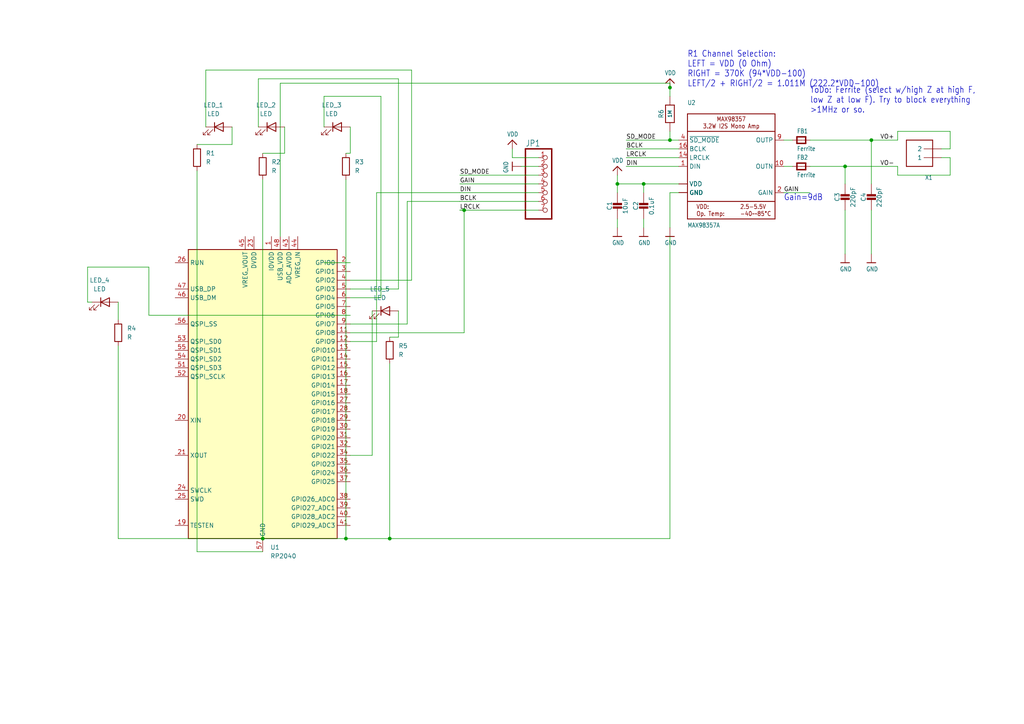
<source format=kicad_sch>
(kicad_sch (version 20230121) (generator eeschema)
  (paper "A4")
  (title_block (title "Portal Gun PCB Schematic") (date "2024-02-27") (rev "1") (company "alex3d"))
  (lib_symbols
    (symbol "Adafruit 7seg backpack-eagle-import:1X4-CLEANBIG"
      (property "Reference" "CN" (at 5.08 7.62 0))
      (symbol "1X4-CLEANBIG_1_0"
        (pin bidirectional line (at -5.08 2.54 0) (length 5.08) (name "1") (number "1"))
        (pin bidirectional line (at -5.08 0 0) (length 5.08) (name "2") (number "2"))
        (pin bidirectional line (at -5.08 -2.54 0) (length 5.08) (name "3") (number "3"))
        (pin bidirectional line (at -5.08 -5.08 0) (length 5.08) (name "4") (number "4"))
      )
    )
    (symbol "Adafruit 7seg backpack-eagle-import:C-USC0805K"
      (property "Reference" "C" (at 1.016 0.635 0))
      (symbol "C-USC0805K_1_0"
        (pin passive line (at 0 2.54 270) (length 2.54) (name "1") (number "1"))
        (pin passive line (at 0 -5.08 90) (length 2.54) (name "2") (number "2"))
      )
    )
    (symbol "Adafruit 7seg backpack-eagle-import:DIODESOD-323F"
      (property "Reference" "D" (at -2.54 2.54 0))
      (symbol "DIODESOD-323F_1_0"
        (pin passive line (at -2.54 0 0) (length 2.54) (name "A") (number "A"))
        (pin passive line (at 2.54 0 180) (length 2.54) (name "C") (number "C"))
      )
    )
    (symbol "Adafruit 7seg backpack-eagle-import:DISP_SEGMENT_4DIGIT_BL-Q56C43"
      (property "Reference" "LED" (at -25.4 -17.78 0))
      (symbol "DISP_SEGMENT_4DIGIT_BL-Q56C43_1_0"
        (text "A" (at -96.52 12.7 0) (effects (font (size 1.27 1.0795)) (justify left bottom)))
        (text "A" (at -50.8 12.7 0) (effects (font (size 1.27 1.0795)) (justify left bottom)))
        (text "A" (at 10.16 12.7 0) (effects (font (size 1.27 1.0795)) (justify left bottom)))
        (text "A" (at 55.88 12.7 0) (effects (font (size 1.27 1.0795)) (justify left bottom)))
        (text "B" (at -91.44 12.7 0) (effects (font (size 1.27 1.0795)) (justify left bottom)))
        (text "B" (at -45.72 12.7 0) (effects (font (size 1.27 1.0795)) (justify left bottom)))
        (text "B" (at 15.24 12.7 0) (effects (font (size 1.27 1.0795)) (justify left bottom)))
        (text "B" (at 60.96 12.7 0) (effects (font (size 1.27 1.0795)) (justify left bottom)))
        (text "C" (at -86.36 12.7 0) (effects (font (size 1.27 1.0795)) (justify left bottom)))
        (text "C" (at -40.64 12.7 0) (effects (font (size 1.27 1.0795)) (justify left bottom)))
        (text "C" (at 20.32 12.7 0) (effects (font (size 1.27 1.0795)) (justify left bottom)))
        (text "C" (at 66.04 12.7 0) (effects (font (size 1.27 1.0795)) (justify left bottom)))
        (text "D" (at -81.28 12.7 0) (effects (font (size 1.27 1.0795)) (justify left bottom)))
        (text "D" (at -35.56 12.7 0) (effects (font (size 1.27 1.0795)) (justify left bottom)))
        (text "D" (at 25.4 12.7 0) (effects (font (size 1.27 1.0795)) (justify left bottom)))
        (text "D" (at 71.12 12.7 0) (effects (font (size 1.27 1.0795)) (justify left bottom)))
        (text "D5" (at -5.08 12.7 0) (effects (font (size 1.27 1.0795)) (justify left bottom)))
        (text "D6" (at 0 12.7 0) (effects (font (size 1.27 1.0795)) (justify left bottom)))
        (text "DP" (at -60.96 12.7 0) (effects (font (size 1.27 1.0795)) (justify left bottom)))
        (text "DP" (at -15.24 12.7 0) (effects (font (size 1.27 1.0795)) (justify left bottom)))
        (text "DP" (at 45.72 12.7 0) (effects (font (size 1.27 1.0795)) (justify left bottom)))
        (text "DP" (at 91.44 12.7 0) (effects (font (size 1.27 1.0795)) (justify left bottom)))
        (text "E" (at -76.2 12.7 0) (effects (font (size 1.27 1.0795)) (justify left bottom)))
        (text "E" (at -30.48 12.7 0) (effects (font (size 1.27 1.0795)) (justify left bottom)))
        (text "E" (at 30.48 12.7 0) (effects (font (size 1.27 1.0795)) (justify left bottom)))
        (text "E" (at 76.2 12.7 0) (effects (font (size 1.27 1.0795)) (justify left bottom)))
        (text "F" (at -71.12 12.7 0) (effects (font (size 1.27 1.0795)) (justify left bottom)))
        (text "F" (at -25.4 12.7 0) (effects (font (size 1.27 1.0795)) (justify left bottom)))
        (text "F" (at 35.56 12.7 0) (effects (font (size 1.27 1.0795)) (justify left bottom)))
        (text "F" (at 81.28 12.7 0) (effects (font (size 1.27 1.0795)) (justify left bottom)))
        (text "G" (at -66.04 12.7 0) (effects (font (size 1.27 1.0795)) (justify left bottom)))
        (text "G" (at -20.32 12.7 0) (effects (font (size 1.27 1.0795)) (justify left bottom)))
        (text "G" (at 40.64 12.7 0) (effects (font (size 1.27 1.0795)) (justify left bottom)))
        (text "G" (at 86.36 12.7 0) (effects (font (size 1.27 1.0795)) (justify left bottom)))
        (pin bidirectional line (at -73.66 -25.4 90) (length 2.54) (name "P$10") (number "P$1"))
        (pin bidirectional line (at 30.48 33.02 270) (length 2.54) (name "P$4") (number "P$10"))
        (pin bidirectional line (at -30.48 33.02 270) (length 2.54) (name "P$2") (number "P$11"))
        (pin bidirectional line (at -68.58 -25.4 90) (length 2.54) (name "P$11") (number "P$12"))
        (pin bidirectional line (at -93.98 -25.4 90) (length 2.54) (name "P$6") (number "P$13"))
        (pin bidirectional line (at -76.2 33.02 270) (length 2.54) (name "P$1") (number "P$14"))
        (pin bidirectional line (at -78.74 -25.4 90) (length 2.54) (name "P$9") (number "P$2"))
        (pin bidirectional line (at -58.42 -25.4 90) (length 2.54) (name "P$13") (number "P$3"))
        (pin bidirectional line (at -83.82 -25.4 90) (length 2.54) (name "P$8") (number "P$4"))
        (pin bidirectional line (at -63.5 -25.4 90) (length 2.54) (name "P$12") (number "P$5"))
        (pin bidirectional line (at 76.2 33.02 270) (length 2.54) (name "P$5") (number "P$6"))
        (pin bidirectional line (at 0 33.02 270) (length 2.54) (name "P$3") (number "P$7"))
        (pin bidirectional line (at 0 -25.4 90) (length 2.54) (name "P$15") (number "P$8"))
        (pin bidirectional line (at -88.9 -25.4 90) (length 2.54) (name "P$7") (number "P$9"))
      )
    )
    (symbol "Adafruit 7seg backpack-eagle-import:FIDUCIAL")
    (symbol "Adafruit 7seg backpack-eagle-import:GND" (power)
      (property "Value" "GND" (at -2.54 -2.54 0))
      (symbol "GND_1_0"
        (pin power_in line (at 0 2.54 270) (length 2.54) (name "GND") (number "1"))
      )
    )
    (symbol "Adafruit 7seg backpack-eagle-import:HT16K33_SOP28"
      (property "Reference" "U" (at -12.7 40.64 0))
      (symbol "HT16K33_SOP28_1_0"
        (text "16 Step Dimming" (at -7.62 33.02 0) (effects (font (size 1.27 1.0795)) (justify left bottom)))
        (text "4.5-5.5V" (at 0 30.48 0) (effects (font (size 1.27 1.0795)) (justify left bottom)))
        (text "HT16K33 LED Driver" (at -10.16 35.56 0) (effects (font (size 1.27 1.0795)) (justify left bottom)))
        (text "VDD:" (at -7.62 30.48 0) (effects (font (size 1.27 1.0795)) (justify left bottom)))
        (pin bidirectional line (at -15.24 -38.1 0) (length 2.54) (name "VSS") (number "P$1"))
        (pin bidirectional line (at 15.24 -12.7 180) (length 2.54) (name "ROW15/K13/INT") (number "P$10"))
        (pin bidirectional line (at 15.24 -10.16 180) (length 2.54) (name "ROW14/K12") (number "P$11"))
        (pin bidirectional line (at 15.24 -7.62 180) (length 2.54) (name "ROW13/K11") (number "P$12"))
        (pin bidirectional line (at 15.24 -5.08 180) (length 2.54) (name "ROW12/K10") (number "P$13"))
        (pin bidirectional line (at 15.24 -2.54 180) (length 2.54) (name "ROW11/K9") (number "P$14"))
        (pin bidirectional line (at 15.24 0 180) (length 2.54) (name "ROW10/K8") (number "P$15"))
        (pin bidirectional line (at 15.24 2.54 180) (length 2.54) (name "ROW9/K7") (number "P$16"))
        (pin bidirectional line (at 15.24 5.08 180) (length 2.54) (name "ROW8/K6") (number "P$17"))
        (pin bidirectional line (at 15.24 7.62 180) (length 2.54) (name "ROW7/K5") (number "P$18"))
        (pin bidirectional line (at 15.24 10.16 180) (length 2.54) (name "ROW6/K4") (number "P$19"))
        (pin bidirectional line (at 15.24 -20.32 180) (length 2.54) (name "COM0/AD") (number "P$2"))
        (pin bidirectional line (at 15.24 12.7 180) (length 2.54) (name "ROW5/K3") (number "P$20"))
        (pin bidirectional line (at 15.24 15.24 180) (length 2.54) (name "ROW4/K2") (number "P$21"))
        (pin bidirectional line (at 15.24 17.78 180) (length 2.54) (name "ROW3/K1") (number "P$22"))
        (pin bidirectional line (at 15.24 20.32 180) (length 2.54) (name "ROW2/A0") (number "P$23"))
        (pin bidirectional line (at 15.24 22.86 180) (length 2.54) (name "ROW1/A1") (number "P$24"))
        (pin bidirectional line (at 15.24 25.4 180) (length 2.54) (name "ROW0/A2") (number "P$25"))
        (pin bidirectional line (at -15.24 17.78 0) (length 2.54) (name "SCL") (number "P$26"))
        (pin bidirectional line (at -15.24 15.24 0) (length 2.54) (name "SDA") (number "P$27"))
        (pin bidirectional line (at -15.24 25.4 0) (length 2.54) (name "VDD") (number "P$28"))
        (pin bidirectional line (at 15.24 -22.86 180) (length 2.54) (name "COM1/KS0") (number "P$3"))
        (pin bidirectional line (at 15.24 -25.4 180) (length 2.54) (name "COM2/KS1") (number "P$4"))
        (pin bidirectional line (at 15.24 -27.94 180) (length 2.54) (name "COM3/KS2") (number "P$5"))
        (pin bidirectional line (at 15.24 -30.48 180) (length 2.54) (name "COM4") (number "P$6"))
        (pin bidirectional line (at 15.24 -33.02 180) (length 2.54) (name "COM5") (number "P$7"))
        (pin bidirectional line (at 15.24 -35.56 180) (length 2.54) (name "COM6") (number "P$8"))
        (pin bidirectional line (at 15.24 -38.1 180) (length 2.54) (name "COM7") (number "P$9"))
      )
    )
    (symbol "Adafruit 7seg backpack-eagle-import:R-US_R0805"
      (property "Reference" "R" (at -3.81 1.4986 0))
      (symbol "R-US_R0805_1_0"
        (pin passive line (at -5.08 0 0) (length 2.54) (name "1") (number "1"))
        (pin passive line (at 5.08 0 180) (length 2.54) (name "2") (number "2"))
      )
    )
    (symbol "Adafruit 7seg backpack-eagle-import:SOLDERJUMPERREFLOW_NOPASTE"
      (property "Reference" "SJ" (at -2.54 2.54 0))
      (symbol "SOLDERJUMPERREFLOW_NOPASTE_1_0"
        (pin passive line (at -5.08 0 0) (length 2.54) (name "1") (number "1"))
        (pin passive line (at 5.08 0 180) (length 2.54) (name "2") (number "2"))
      )
    )
    (symbol "Adafruit 7seg backpack-eagle-import:VDD" (power)
      (property "Value" "VDD" (at -2.54 -2.54 90))
      (symbol "VDD_1_0"
        (pin power_in line (at 0 -2.54 90) (length 2.54) (name "VDD") (number "1"))
      )
    )
    (symbol "Adafruit MAX98357 Breakout-eagle-import:AUDIOAMP_MAX98357"
      (property "Reference" "U" (at -12.7 17.78 0))
      (symbol "AUDIOAMP_MAX98357_1_0"
        (text "2.5-5.5V\n-40~~85°C" (at 2.54 -12.7 0) (effects (font (size 1.27 1.0795)) (justify left)))
        (text "MAX98357\n3.2W I2S Mono Amp" (at 0 12.7 0) (effects (font (size 1.27 1.0795))))
        (text "VDD:\nOp. Temp:" (at -10.16 -12.7 0) (effects (font (size 1.27 1.0795)) (justify left)))
        (pin bidirectional line (at -15.24 0 0) (length 2.54) (name "DIN") (number "1"))
        (pin output line (at 15.24 0 180) (length 2.54) (name "OUTN") (number "10"))
        (pin power_in line (at -15.24 -7.62 0) (length 2.54) (name "GND") (number "11"))
        (pin bidirectional line (at -15.24 2.54 0) (length 2.54) (name "LRCLK") (number "14"))
        (pin power_in line (at -15.24 -7.62 0) (length 2.54) (name "GND") (number "15"))
        (pin bidirectional line (at -15.24 5.08 0) (length 2.54) (name "BCLK") (number "16"))
        (pin bidirectional line (at 15.24 -7.62 180) (length 2.54) (name "GAIN") (number "2"))
        (pin power_in line (at -15.24 -7.62 0) (length 2.54) (name "GND") (number "3"))
        (pin bidirectional line (at -15.24 7.62 0) (length 2.54) (name "~{SD_MODE}") (number "4"))
        (pin power_in line (at -15.24 -5.08 0) (length 2.54) (name "VDD") (number "7"))
        (pin power_in line (at -15.24 -5.08 0) (length 2.54) (name "VDD") (number "8"))
        (pin output line (at 15.24 7.62 180) (length 2.54) (name "OUTP") (number "9"))
        (pin power_in line (at -15.24 -7.62 0) (length 2.54) (name "GND") (number "THERMAL"))
      )
    )
    (symbol "Adafruit MAX98357 Breakout-eagle-import:CAP_CERAMIC0805-NOOUTLINE"
      (property "Reference" "C" (at -2.29 1.25 90))
      (symbol "CAP_CERAMIC0805-NOOUTLINE_1_0"
        (pin passive line (at 0 5.08 270) (length 2.54) (name "1") (number "1"))
        (pin passive line (at 0 -2.54 90) (length 2.54) (name "2") (number "2"))
      )
    )
    (symbol "Adafruit MAX98357 Breakout-eagle-import:FERRITE-0805NO"
      (property "Reference" "FB" (at -1.27 1.905 0))
      (symbol "FERRITE-0805NO_1_0"
        (pin passive line (at -2.54 0 0) (length 2.54) (name "P$1") (number "1"))
        (pin passive line (at 2.54 0 180) (length 2.54) (name "P$2") (number "2"))
      )
    )
    (symbol "Adafruit MAX98357 Breakout-eagle-import:GND" (power)
      (property "Value" "GND" (at -1.524 -2.54 0))
      (symbol "GND_1_0"
        (pin power_in line (at 0 2.54 270) (length 2.54) (name "GND") (number "1"))
      )
    )
    (symbol "Adafruit MAX98357 Breakout-eagle-import:HEADER-1X7THICKER"
      (property "Reference" "JP" (at -6.35 10.795 0))
      (symbol "HEADER-1X7THICKER_1_0"
        (pin passive inverted (at -2.54 7.62 0) (length 2.54) (name "1") (number "1"))
        (pin passive inverted (at -2.54 5.08 0) (length 2.54) (name "2") (number "2"))
        (pin passive inverted (at -2.54 2.54 0) (length 2.54) (name "3") (number "3"))
        (pin passive inverted (at -2.54 0 0) (length 2.54) (name "4") (number "4"))
        (pin passive inverted (at -2.54 -2.54 0) (length 2.54) (name "5") (number "5"))
        (pin passive inverted (at -2.54 -5.08 0) (length 2.54) (name "6") (number "6"))
        (pin passive inverted (at -2.54 -7.62 0) (length 2.54) (name "7") (number "7"))
      )
    )
    (symbol "Adafruit MAX98357 Breakout-eagle-import:RESISTOR0805_NOOUTLINE"
      (property "Reference" "R" (at 0 2.54 0))
      (symbol "RESISTOR0805_NOOUTLINE_1_0"
        (pin passive line (at -5.08 0 0) (length 2.54) (name "1") (number "1"))
        (pin passive line (at 5.08 0 180) (length 2.54) (name "2") (number "2"))
      )
    )
    (symbol "Adafruit MAX98357 Breakout-eagle-import:TERMBLOCK_1X2"
      (property "Reference" "X" (at -2.54 7.62 0))
      (symbol "TERMBLOCK_1X2_1_0"
        (pin passive line (at -5.08 2.54 0) (length 5.08) (name "1") (number "1"))
        (pin passive line (at -5.08 0 0) (length 5.08) (name "2") (number "2"))
      )
    )
    (symbol "Adafruit MAX98357 Breakout-eagle-import:VDD" (power)
      (property "Value" "VDD" (at -1.524 1.016 0))
      (symbol "VDD_1_0"
        (pin power_in line (at 0 -2.54 90) (length 2.54) (name "VDD") (number "1"))
      )
    )
    (symbol "Device:LED" (pin_numbers hide) (pin_names (offset 1.016) hide)
      (property "Reference" "D" (at 0 2.54 0))
      (property "Value" "LED" (at 0 -2.54 0))
      (symbol "LED_1_1"
        (pin passive line (at -3.81 0 0) (length 2.54) (name "K") (number "1"))
        (pin passive line (at 3.81 0 180) (length 2.54) (name "A") (number "2"))
      )
    )
    (symbol "Device:R" (pin_numbers hide) (pin_names (offset 0))
      (property "Reference" "R" (at 2.032 0 90))
      (property "Value" "R" (at 0 0 90))
      (symbol "R_1_1"
        (pin passive line (at 0 3.81 270) (length 1.27) (name "~") (number "1"))
        (pin passive line (at 0 -3.81 90) (length 1.27) (name "~") (number "2"))
      )
    )
    (symbol "MCU_RaspberryPi:RP2040"
      (property "Reference" "U" (at 17.78 45.72 0))
      (property "Value" "RP2040" (at 17.78 43.18 0))
      (symbol "RP2040_1_1"
        (pin power_in line (at 2.54 45.72 270) (length 3.81) (name "IOVDD") (number "1"))
        (pin passive line (at 2.54 45.72 270) (length 3.81) hide (name "IOVDD") (number "10"))
        (pin bidirectional line (at 25.4 17.78 180) (length 3.81) (name "GPIO8") (number "11"))
        (pin bidirectional line (at 25.4 15.24 180) (length 3.81) (name "GPIO9") (number "12"))
        (pin bidirectional line (at 25.4 12.7 180) (length 3.81) (name "GPIO10") (number "13"))
        (pin bidirectional line (at 25.4 10.16 180) (length 3.81) (name "GPIO11") (number "14"))
        (pin bidirectional line (at 25.4 7.62 180) (length 3.81) (name "GPIO12") (number "15"))
        (pin bidirectional line (at 25.4 5.08 180) (length 3.81) (name "GPIO13") (number "16"))
        (pin bidirectional line (at 25.4 2.54 180) (length 3.81) (name "GPIO14") (number "17"))
        (pin bidirectional line (at 25.4 0 180) (length 3.81) (name "GPIO15") (number "18"))
        (pin input line (at -25.4 -38.1 0) (length 3.81) (name "TESTEN") (number "19"))
        (pin bidirectional line (at 25.4 38.1 180) (length 3.81) (name "GPIO0") (number "2"))
        (pin input line (at -25.4 -7.62 0) (length 3.81) (name "XIN") (number "20"))
        (pin passive line (at -25.4 -17.78 0) (length 3.81) (name "XOUT") (number "21"))
        (pin passive line (at 2.54 45.72 270) (length 3.81) hide (name "IOVDD") (number "22"))
        (pin power_in line (at -2.54 45.72 270) (length 3.81) (name "DVDD") (number "23"))
        (pin input line (at -25.4 -27.94 0) (length 3.81) (name "SWCLK") (number "24"))
        (pin bidirectional line (at -25.4 -30.48 0) (length 3.81) (name "SWD") (number "25"))
        (pin input line (at -25.4 38.1 0) (length 3.81) (name "RUN") (number "26"))
        (pin bidirectional line (at 25.4 -2.54 180) (length 3.81) (name "GPIO16") (number "27"))
        (pin bidirectional line (at 25.4 -5.08 180) (length 3.81) (name "GPIO17") (number "28"))
        (pin bidirectional line (at 25.4 -7.62 180) (length 3.81) (name "GPIO18") (number "29"))
        (pin bidirectional line (at 25.4 35.56 180) (length 3.81) (name "GPIO1") (number "3"))
        (pin bidirectional line (at 25.4 -10.16 180) (length 3.81) (name "GPIO19") (number "30"))
        (pin bidirectional line (at 25.4 -12.7 180) (length 3.81) (name "GPIO20") (number "31"))
        (pin bidirectional line (at 25.4 -15.24 180) (length 3.81) (name "GPIO21") (number "32"))
        (pin passive line (at 2.54 45.72 270) (length 3.81) hide (name "IOVDD") (number "33"))
        (pin bidirectional line (at 25.4 -17.78 180) (length 3.81) (name "GPIO22") (number "34"))
        (pin bidirectional line (at 25.4 -20.32 180) (length 3.81) (name "GPIO23") (number "35"))
        (pin bidirectional line (at 25.4 -22.86 180) (length 3.81) (name "GPIO24") (number "36"))
        (pin bidirectional line (at 25.4 -25.4 180) (length 3.81) (name "GPIO25") (number "37"))
        (pin bidirectional line (at 25.4 -30.48 180) (length 3.81) (name "GPIO26_ADC0") (number "38"))
        (pin bidirectional line (at 25.4 -33.02 180) (length 3.81) (name "GPIO27_ADC1") (number "39"))
        (pin bidirectional line (at 25.4 33.02 180) (length 3.81) (name "GPIO2") (number "4"))
        (pin bidirectional line (at 25.4 -35.56 180) (length 3.81) (name "GPIO28_ADC2") (number "40"))
        (pin bidirectional line (at 25.4 -38.1 180) (length 3.81) (name "GPIO29_ADC3") (number "41"))
        (pin passive line (at 2.54 45.72 270) (length 3.81) hide (name "IOVDD") (number "42"))
        (pin power_in line (at 7.62 45.72 270) (length 3.81) (name "ADC_AVDD") (number "43"))
        (pin power_in line (at 10.16 45.72 270) (length 3.81) (name "VREG_IN") (number "44"))
        (pin power_out line (at -5.08 45.72 270) (length 3.81) (name "VREG_VOUT") (number "45"))
        (pin bidirectional line (at -25.4 27.94 0) (length 3.81) (name "USB_DM") (number "46"))
        (pin bidirectional line (at -25.4 30.48 0) (length 3.81) (name "USB_DP") (number "47"))
        (pin power_in line (at 5.08 45.72 270) (length 3.81) (name "USB_VDD") (number "48"))
        (pin passive line (at 2.54 45.72 270) (length 3.81) hide (name "IOVDD") (number "49"))
        (pin bidirectional line (at 25.4 30.48 180) (length 3.81) (name "GPIO3") (number "5"))
        (pin passive line (at -2.54 45.72 270) (length 3.81) hide (name "DVDD") (number "50"))
        (pin bidirectional line (at -25.4 7.62 0) (length 3.81) (name "QSPI_SD3") (number "51"))
        (pin output line (at -25.4 5.08 0) (length 3.81) (name "QSPI_SCLK") (number "52"))
        (pin bidirectional line (at -25.4 15.24 0) (length 3.81) (name "QSPI_SD0") (number "53"))
        (pin bidirectional line (at -25.4 10.16 0) (length 3.81) (name "QSPI_SD2") (number "54"))
        (pin bidirectional line (at -25.4 12.7 0) (length 3.81) (name "QSPI_SD1") (number "55"))
        (pin bidirectional line (at -25.4 20.32 0) (length 3.81) (name "QSPI_SS") (number "56"))
        (pin power_in line (at 0 -45.72 90) (length 3.81) (name "GND") (number "57"))
        (pin bidirectional line (at 25.4 27.94 180) (length 3.81) (name "GPIO4") (number "6"))
        (pin bidirectional line (at 25.4 25.4 180) (length 3.81) (name "GPIO5") (number "7"))
        (pin bidirectional line (at 25.4 22.86 180) (length 3.81) (name "GPIO6") (number "8"))
        (pin bidirectional line (at 25.4 20.32 180) (length 3.81) (name "GPIO7") (number "9"))
      )
    )
  )
  (junction (at 100.33 156.21))
  (junction (at 113.03 156.21))
  (junction (at 194.31 40.64))
  (junction (at 134.62 60.96))
  (junction (at 59.69 307.34))
  (junction (at 57.15 271.78))
  (junction (at 76.2 156.21))
  (junction (at 62.23 269.24))
  (junction (at 245.11 48.26))
  (junction (at 186.69 53.34))
  (junction (at 179.07 53.34))
  (junction (at 62.23 259.08))
  (junction (at 138.43 233.68))
  (junction (at 252.73 40.64))
  (junction (at 194.31 25.4))
  (junction (at 107.95 307.34))
  (wire (pts (xy 43.18 91.44) (xy 101.6 91.44)))
  (wire (pts (xy 118.11 271.78) (xy 118.11 226.06)) (stroke (width 0.1524)))
  (wire (pts (xy 26.67 299.72) (xy 34.29 299.72)) (stroke (width 0.1524)))
  (wire (pts (xy 194.31 40.64) (xy 181.61 40.64)) (stroke (width 0.1524)))
  (wire (pts (xy 82.55 44.45) (xy 76.2 44.45)))
  (wire (pts (xy 125.73 279.4) (xy 125.73 218.44)) (stroke (width 0.1524)))
  (wire (pts (xy 69.85 259.08) (xy 62.23 259.08)) (stroke (width 0.1524)))
  (wire (pts (xy 194.31 68.58) (xy 194.31 156.21)))
  (wire (pts (xy 115.57 269.24) (xy 115.57 228.6)) (stroke (width 0.1524)))
  (wire (pts (xy 113.03 266.7) (xy 113.03 231.14)) (stroke (width 0.1524)))
  (wire (pts (xy 101.6 96.52) (xy 134.62 96.52)))
  (wire (pts (xy 107.95 132.08) (xy 101.6 132.08)))
  (wire (pts (xy 57.15 271.78) (xy 57.15 266.7)) (stroke (width 0.1524)))
  (wire (pts (xy 134.62 60.96) (xy 133.35 60.96)))
  (wire (pts (xy 118.11 58.42) (xy 118.11 93.98)))
  (wire (pts (xy 110.49 27.94) (xy 110.49 86.36)))
  (wire (pts (xy 252.73 40.64) (xy 260.35 40.64)) (stroke (width 0.1524)))
  (wire (pts (xy 107.95 261.62) (xy 107.95 236.22)) (stroke (width 0.1524)))
  (wire (pts (xy 252.73 60.96) (xy 252.73 73.66)) (stroke (width 0.1524)))
  (wire (pts (xy 151.13 294.64) (xy 146.05 307.34)) (stroke (width 0.1524)))
  (wire (pts (xy 156.21 45.72) (xy 148.59 45.72)) (stroke (width 0.1524)))
  (wire (pts (xy 252.73 40.64) (xy 252.73 53.34)) (stroke (width 0.1524)))
  (wire (pts (xy 257.81 294.64) (xy 245.11 314.96)) (stroke (width 0.1524)))
  (wire (pts (xy 57.15 49.53) (xy 57.15 160.02)))
  (wire (pts (xy 115.57 90.17) (xy 115.57 97.79)))
  (wire (pts (xy 41.91 254) (xy 41.91 264.16)) (stroke (width 0.1524)))
  (wire (pts (xy 113.03 105.41) (xy 113.03 156.21)))
  (wire (pts (xy 109.22 55.88) (xy 109.22 99.06)))
  (wire (pts (xy 93.98 36.83) (xy 93.98 27.94)))
  (wire (pts (xy 133.35 58.42) (xy 118.11 58.42)))
  (wire (pts (xy 196.85 48.26) (xy 181.61 48.26)) (stroke (width 0.1524)))
  (wire (pts (xy 77.47 271.78) (xy 57.15 271.78)) (stroke (width 0.1524)))
  (wire (pts (xy 189.23 309.88) (xy 107.95 309.88)) (stroke (width 0.1524)))
  (wire (pts (xy 227.33 55.88) (xy 234.95 55.88)) (stroke (width 0.1524)))
  (wire (pts (xy 64.77 307.34) (xy 107.95 307.34)) (stroke (width 0.1524)))
  (wire (pts (xy 143.51 231.14) (xy 143.51 236.22)) (stroke (width 0.1524)))
  (wire (pts (xy 275.59 43.18) (xy 273.05 43.18)) (stroke (width 0.1524)))
  (wire (pts (xy 101.6 36.83) (xy 101.6 44.45)))
  (wire (pts (xy 107.95 90.17) (xy 107.95 132.08)))
  (wire (pts (xy 138.43 233.68) (xy 138.43 236.22)) (stroke (width 0.1524)))
  (wire (pts (xy 245.11 48.26) (xy 245.11 53.34)) (stroke (width 0.1524)))
  (wire (pts (xy 57.15 160.02) (xy 76.2 160.02)))
  (wire (pts (xy 57.15 314.96) (xy 59.69 314.96)) (stroke (width 0.1524)))
  (wire (pts (xy 179.07 55.88) (xy 179.07 53.34)) (stroke (width 0.1524)))
  (wire (pts (xy 245.11 314.96) (xy 107.95 314.96)) (stroke (width 0.1524)))
  (wire (pts (xy 194.31 55.88) (xy 194.31 66.04)) (stroke (width 0.1524)))
  (wire (pts (xy 194.31 24.13) (xy 194.31 25.4)))
  (wire (pts (xy 115.57 97.79) (xy 113.03 97.79)))
  (wire (pts (xy 148.59 45.72) (xy 148.59 43.18)) (stroke (width 0.1524)))
  (wire (pts (xy 119.38 20.32) (xy 119.38 81.28)))
  (wire (pts (xy 194.31 27.94) (xy 194.31 25.4)) (stroke (width 0.1524)))
  (wire (pts (xy 275.59 50.8) (xy 275.59 45.72)) (stroke (width 0.1524)))
  (wire (pts (xy 52.07 271.78) (xy 57.15 271.78)) (stroke (width 0.1524)))
  (wire (pts (xy 34.29 100.33) (xy 34.29 156.21)))
  (wire (pts (xy 77.47 269.24) (xy 62.23 269.24)) (stroke (width 0.1524)))
  (wire (pts (xy 186.69 63.5) (xy 186.69 66.04)) (stroke (width 0.1524)))
  (wire (pts (xy 101.6 83.82) (xy 115.57 83.82)))
  (wire (pts (xy 76.2 156.21) (xy 100.33 156.21)))
  (wire (pts (xy 81.28 24.13) (xy 194.31 24.13)))
  (wire (pts (xy 260.35 48.26) (xy 260.35 50.8)) (stroke (width 0.1524)))
  (wire (pts (xy 43.18 77.47) (xy 25.4 77.47)))
  (wire (pts (xy 196.85 53.34) (xy 186.69 53.34)) (stroke (width 0.1524)))
  (wire (pts (xy 107.95 279.4) (xy 125.73 279.4)) (stroke (width 0.1524)))
  (wire (pts (xy 100.33 52.07) (xy 100.33 156.21)))
  (wire (pts (xy 101.6 44.45) (xy 100.33 44.45)))
  (wire (pts (xy 156.21 55.88) (xy 133.35 55.88)) (stroke (width 0.1524)))
  (wire (pts (xy 120.65 223.52) (xy 158.75 223.52)) (stroke (width 0.1524)))
  (wire (pts (xy 34.29 307.34) (xy 26.67 307.34)) (stroke (width 0.1524)))
  (wire (pts (xy 107.95 264.16) (xy 110.49 264.16)) (stroke (width 0.1524)))
  (wire (pts (xy 46.99 314.96) (xy 44.45 314.96)) (stroke (width 0.1524)))
  (wire (pts (xy 115.57 228.6) (xy 148.59 228.6)) (stroke (width 0.1524)))
  (wire (pts (xy 134.62 60.96) (xy 133.35 60.96)) (stroke (width 0.1524)))
  (wire (pts (xy 118.11 93.98) (xy 101.6 93.98)))
  (wire (pts (xy 107.95 269.24) (xy 115.57 269.24)) (stroke (width 0.1524)))
  (wire (pts (xy 156.21 50.8) (xy 133.35 50.8)) (stroke (width 0.1524)))
  (wire (pts (xy 275.59 45.72) (xy 273.05 45.72)) (stroke (width 0.1524)))
  (wire (pts (xy 49.53 269.24) (xy 52.07 271.78)) (stroke (width 0.1524)))
  (wire (pts (xy 46.99 299.72) (xy 44.45 299.72)) (stroke (width 0.1524)))
  (wire (pts (xy 134.62 96.52) (xy 134.62 60.96)))
  (wire (pts (xy 115.57 22.86) (xy 115.57 83.82)))
  (wire (pts (xy 186.69 55.88) (xy 186.69 53.34)) (stroke (width 0.1524)))
  (wire (pts (xy 100.33 156.21) (xy 113.03 156.21)))
  (wire (pts (xy 138.43 233.68) (xy 227.33 233.68)) (stroke (width 0.1524)))
  (wire (pts (xy 74.93 325.12) (xy 77.47 325.12)) (stroke (width 0.1524)))
  (wire (pts (xy 57.15 307.34) (xy 59.69 307.34)) (stroke (width 0.1524)))
  (wire (pts (xy 194.31 156.21) (xy 113.03 156.21)))
  (wire (pts (xy 158.75 223.52) (xy 158.75 236.22)) (stroke (width 0.1524)))
  (wire (pts (xy 148.59 228.6) (xy 148.59 236.22)) (stroke (width 0.1524)))
  (wire (pts (xy 260.35 40.64) (xy 260.35 38.1)) (stroke (width 0.1524)))
  (wire (pts (xy 49.53 271.78) (xy 41.91 271.78)) (stroke (width 0.1524)))
  (wire (pts (xy 196.85 43.18) (xy 181.61 43.18)) (stroke (width 0.1524)))
  (wire (pts (xy 275.59 38.1) (xy 275.59 43.18)) (stroke (width 0.1524)))
  (wire (pts (xy 123.19 220.98) (xy 163.83 220.98)) (stroke (width 0.1524)))
  (wire (pts (xy 179.07 63.5) (xy 179.07 66.04)) (stroke (width 0.1524)))
  (wire (pts (xy 153.67 226.06) (xy 153.67 236.22)) (stroke (width 0.1524)))
  (wire (pts (xy 156.21 60.96) (xy 134.62 60.96)) (stroke (width 0.1524)))
  (wire (pts (xy 34.29 87.63) (xy 34.29 92.71)))
  (wire (pts (xy 110.49 86.36) (xy 101.6 86.36)))
  (wire (pts (xy 76.2 52.07) (xy 76.2 156.21)))
  (wire (pts (xy 34.29 314.96) (xy 26.67 314.96)) (stroke (width 0.1524)))
  (wire (pts (xy 125.73 218.44) (xy 168.91 218.44)) (stroke (width 0.1524)))
  (wire (pts (xy 227.33 48.26) (xy 229.87 48.26)) (stroke (width 0.1524)))
  (wire (pts (xy 69.85 261.62) (xy 69.85 259.08)) (stroke (width 0.1524)))
  (wire (pts (xy 227.33 294.64) (xy 217.17 312.42)) (stroke (width 0.1524)))
  (wire (pts (xy 113.03 231.14) (xy 143.51 231.14)) (stroke (width 0.1524)))
  (wire (pts (xy 234.95 40.64) (xy 252.73 40.64)) (stroke (width 0.1524)))
  (wire (pts (xy 194.31 40.64) (xy 194.31 38.1)) (stroke (width 0.1524)))
  (wire (pts (xy 52.07 269.24) (xy 49.53 271.78)) (stroke (width 0.1524)))
  (wire (pts (xy 118.11 226.06) (xy 153.67 226.06)) (stroke (width 0.1524)))
  (wire (pts (xy 43.18 91.44) (xy 43.18 77.47)))
  (wire (pts (xy 107.95 266.7) (xy 113.03 266.7)) (stroke (width 0.1524)))
  (wire (pts (xy 62.23 269.24) (xy 52.07 269.24)) (stroke (width 0.1524)))
  (wire (pts (xy 227.33 40.64) (xy 229.87 40.64)) (stroke (width 0.1524)))
  (wire (pts (xy 93.98 27.94) (xy 110.49 27.94)))
  (wire (pts (xy 110.49 264.16) (xy 110.49 233.68)) (stroke (width 0.1524)))
  (wire (pts (xy 59.69 36.83) (xy 59.69 20.32)))
  (wire (pts (xy 57.15 299.72) (xy 59.69 299.72)) (stroke (width 0.1524)))
  (wire (pts (xy 227.33 233.68) (xy 227.33 236.22)) (stroke (width 0.1524)))
  (wire (pts (xy 260.35 50.8) (xy 275.59 50.8)) (stroke (width 0.1524)))
  (wire (pts (xy 41.91 266.7) (xy 49.53 266.7)) (stroke (width 0.1524)))
  (wire (pts (xy 81.28 68.58) (xy 81.28 24.13)))
  (wire (pts (xy 74.93 22.86) (xy 115.57 22.86)))
  (wire (pts (xy 245.11 60.96) (xy 245.11 73.66)) (stroke (width 0.1524)))
  (wire (pts (xy 168.91 218.44) (xy 168.91 236.22)) (stroke (width 0.1524)))
  (wire (pts (xy 186.69 53.34) (xy 179.07 53.34)) (stroke (width 0.1524)))
  (wire (pts (xy 34.29 156.21) (xy 76.2 156.21)))
  (wire (pts (xy 196.85 45.72) (xy 181.61 45.72)) (stroke (width 0.1524)))
  (wire (pts (xy 110.49 233.68) (xy 138.43 233.68)) (stroke (width 0.1524)))
  (wire (pts (xy 217.17 312.42) (xy 107.95 312.42)) (stroke (width 0.1524)))
  (wire (pts (xy 74.93 36.83) (xy 74.93 22.86)))
  (wire (pts (xy 109.22 99.06) (xy 101.6 99.06)))
  (wire (pts (xy 245.11 48.26) (xy 260.35 48.26)) (stroke (width 0.1524)))
  (wire (pts (xy 41.91 269.24) (xy 49.53 269.24)) (stroke (width 0.1524)))
  (wire (pts (xy 107.95 271.78) (xy 118.11 271.78)) (stroke (width 0.1524)))
  (wire (pts (xy 77.47 261.62) (xy 69.85 261.62)) (stroke (width 0.1524)))
  (wire (pts (xy 107.95 274.32) (xy 120.65 274.32)) (stroke (width 0.1524)))
  (wire (pts (xy 179.07 53.34) (xy 179.07 50.8)) (stroke (width 0.1524)))
  (wire (pts (xy 119.38 81.28) (xy 101.6 81.28)))
  (wire (pts (xy 59.69 20.32) (xy 119.38 20.32)))
  (wire (pts (xy 196.85 40.64) (xy 194.31 40.64)) (stroke (width 0.1524)))
  (wire (pts (xy 82.55 36.83) (xy 82.55 44.45)))
  (wire (pts (xy 67.31 36.83) (xy 67.31 41.91)))
  (wire (pts (xy 303.53 294.64) (xy 288.29 317.5)) (stroke (width 0.1524)))
  (wire (pts (xy 196.85 294.64) (xy 189.23 309.88)) (stroke (width 0.1524)))
  (wire (pts (xy 260.35 38.1) (xy 275.59 38.1)) (stroke (width 0.1524)))
  (wire (pts (xy 234.95 48.26) (xy 245.11 48.26)) (stroke (width 0.1524)))
  (wire (pts (xy 93.98 76.2) (xy 101.6 76.2)))
  (wire (pts (xy 67.31 41.91) (xy 57.15 41.91)))
  (wire (pts (xy 123.19 276.86) (xy 123.19 220.98)) (stroke (width 0.1524)))
  (wire (pts (xy 196.85 55.88) (xy 194.31 55.88)) (stroke (width 0.1524)))
  (wire (pts (xy 59.69 307.34) (xy 59.69 299.72)) (stroke (width 0.1524)))
  (wire (pts (xy 46.99 307.34) (xy 44.45 307.34)) (stroke (width 0.1524)))
  (wire (pts (xy 156.21 58.42) (xy 133.35 58.42)) (stroke (width 0.1524)))
  (wire (pts (xy 25.4 87.63) (xy 26.67 87.63)))
  (wire (pts (xy 62.23 256.54) (xy 62.23 259.08)) (stroke (width 0.1524)))
  (wire (pts (xy 107.95 236.22) (xy 133.35 236.22)) (stroke (width 0.1524)))
  (wire (pts (xy 163.83 220.98) (xy 163.83 236.22)) (stroke (width 0.1524)))
  (wire (pts (xy 288.29 317.5) (xy 107.95 317.5)) (stroke (width 0.1524)))
  (wire (pts (xy 25.4 77.47) (xy 25.4 87.63)))
  (wire (pts (xy 146.05 307.34) (xy 107.95 307.34)) (stroke (width 0.1524)))
  (wire (pts (xy 133.35 53.34) (xy 156.21 53.34)) (stroke (width 0.1524)))
  (wire (pts (xy 59.69 314.96) (xy 59.69 307.34)) (stroke (width 0.1524)))
  (wire (pts (xy 156.21 48.26) (xy 151.13 48.26)) (stroke (width 0.1524)))
  (wire (pts (xy 120.65 274.32) (xy 120.65 223.52)) (stroke (width 0.1524)))
  (wire (pts (xy 133.35 55.88) (xy 109.22 55.88)))
  (wire (pts (xy 107.95 276.86) (xy 123.19 276.86)) (stroke (width 0.1524)))
  (text "Gain=9dB" (at 227.33 58.42 0) (effects (font (size 1.778 1.5113)) (justify left bottom)))
  (text "R1 Channel Selection:\nLEFT = VDD (0 Ohm)\nRIGHT = 370K (94*VDD-100)\nLEFT/2 + RIGHT/2 = 1.011M (222.2*VDD-100)" (at 199.39 25.4 0) (effects (font (size 1.778 1.5113)) (justify left bottom)))
  (text "ToDo: Ferrite (select w/high Z at high F,\nlow Z at low F). Try to block everything\n>1MHz or so." (at 234.95 33.02 0) (effects (font (size 1.778 1.5113)) (justify left bottom)))
  (label "A2" (at 107.95 254 90) (effects (font (size 1.2446 1.2446))))
  (label "VO-" (at 255.27 48.26 0) (effects (font (size 1.2446 1.2446))))
  (label "A1" (at 31.75 307.34 180) (effects (font (size 1.2446 1.2446))))
  (label "SD_MODE" (at 181.61 40.64 0) (effects (font (size 1.2446 1.2446))))
  (label "DIN" (at 133.35 55.88 0) (effects (font (size 1.2446 1.2446))))
  (label "VO+" (at 255.27 40.64 0) (effects (font (size 1.2446 1.2446))))
  (label "LRCLK" (at 181.61 45.72 0) (effects (font (size 1.2446 1.2446))))
  (label "A0" (at 113.03 254 90) (effects (font (size 1.2446 1.2446))))
  (label "LRCLK" (at 133.35 60.96 0) (effects (font (size 1.2446 1.2446))))
  (label "BCLK" (at 181.61 43.18 0) (effects (font (size 1.2446 1.2446))))
  (label "DIN" (at 181.61 48.26 0) (effects (font (size 1.2446 1.2446))))
  (label "A2" (at 31.75 314.96 180) (effects (font (size 1.2446 1.2446))))
  (label "A0" (at 31.75 299.72 180) (effects (font (size 1.2446 1.2446))))
  (label "A1" (at 110.49 254 90) (effects (font (size 1.2446 1.2446))))
  (label "GAIN" (at 227.33 55.88 0) (effects (font (size 1.2446 1.2446))))
  (label "GAIN" (at 133.35 53.34 0) (effects (font (size 1.2446 1.2446))))
  (label "BCLK" (at 133.35 58.42 0) (effects (font (size 1.2446 1.2446))))
  (label "SD_MODE" (at 133.35 50.8 0) (effects (font (size 1.2446 1.2446))))
  (symbol (lib_id "Adafruit MAX98357 Breakout-eagle-import:GND") (at 179.07 68.58 0) (unit 1)
    (property "Reference" "#U$04" (effects hide))
    (property "Value" "GND" (at 177.546 71.12 0) (effects (font (size 1.27 1.0795)) (justify left bottom)))
  )
  (symbol (lib_id "Adafruit MAX98357 Breakout-eagle-import:CAP_CERAMIC0805-NOOUTLINE") (at 186.69 60.96 0) (unit 1)
    (property "Reference" "C2" (at 184.4 59.71 90))
    (property "Value" "0.1uF" (at 188.99 59.71 90))
    (property "Footprint" "Adafruit MAX98357 Breakout:0805-NO" (effects hide))
  )
  (symbol (lib_id "Device:LED") (at 97.79 36.83 0) (unit 1)
    (property "Reference" "LED_3" (at 96.2025 30.48 0))
    (property "Value" "LED" (at 96.2025 33.02 0))
  )
  (symbol (lib_id "Adafruit 7seg backpack-eagle-import:R-US_R0805") (at 62.23 264.16 270) (unit 1)
    (property "Reference" "R11" (at 63.7286 260.35 0) (effects (font (size 1.778 1.5113)) (justify left bottom)))
    (property "Value" "10K" (at 58.928 260.35 0) (effects (font (size 1.778 1.5113)) (justify left bottom)))
    (property "Footprint" "Adafruit 7seg backpack:R0805" (effects hide))
  )
  (symbol (lib_id "Adafruit 7seg backpack-eagle-import:DISP_SEGMENT_4DIGIT_BL-Q56C43") (at 227.33 261.62 0) (mirror x) (unit 1)
    (property "Reference" "LED1" (at 201.93 243.84 0) (effects (font (size 1.778 1.5113)) (justify left bottom)))
    (property "Value" "DISP_SEGMENT_4DIGIT_BL-Q56C43" (effects hide))
    (property "Footprint" "Adafruit 7seg backpack:SEGMENT-BL-Q56C43" (effects hide))
  )
  (symbol (lib_id "Adafruit MAX98357 Breakout-eagle-import:FERRITE-0805NO") (at 232.41 48.26 0) (unit 1)
    (property "Reference" "FB2" (at 231.14 46.355 0) (effects (font (size 1.27 1.0795)) (justify left bottom)))
    (property "Value" "Ferrite" (at 231.14 51.435 0) (effects (font (size 1.27 1.0795)) (justify left bottom)))
    (property "Footprint" "Adafruit MAX98357 Breakout:0805-NO" (effects hide))
  )
  (symbol (lib_id "Device:R") (at 76.2 48.26 0) (unit 1)
    (property "Reference" "R2" (at 78.74 46.99 0) (effects (justify left)))
    (property "Value" "R" (at 78.74 49.53 0) (effects (justify left)))
  )
  (symbol (lib_id "Adafruit 7seg backpack-eagle-import:R-US_R0805") (at 52.07 314.96 180) (unit 1)
    (property "Reference" "R9" (at 55.88 316.4586 0) (effects (font (size 1.778 1.5113)) (justify left bottom)))
    (property "Value" "47K" (at 55.88 311.658 0) (effects (font (size 1.778 1.5113)) (justify left bottom)))
    (property "Footprint" "Adafruit 7seg backpack:R0805" (effects hide))
  )
  (symbol (lib_id "Adafruit MAX98357 Breakout-eagle-import:RESISTOR0805_NOOUTLINE") (at 194.31 33.02 90) (unit 1)
    (property "Reference" "R6" (at 191.77 33.02 0))
    (property "Value" "1M" (at 194.31 33.02 0) (effects (font (size 1.016 1.016) bold)))
    (property "Footprint" "Adafruit MAX98357 Breakout:0805-NO" (effects hide))
  )
  (symbol (lib_id "Device:R") (at 113.03 101.6 0) (unit 1)
    (property "Reference" "R5" (at 115.57 100.33 0) (effects (justify left)))
    (property "Value" "R" (at 115.57 102.87 0) (effects (justify left)))
  )
  (symbol (lib_id "Adafruit MAX98357 Breakout-eagle-import:AUDIOAMP_MAX98357") (at 212.09 48.26 0) (unit 1)
    (property "Reference" "U2" (at 199.39 30.48 0) (effects (font (size 1.27 1.0795)) (justify left bottom)))
    (property "Value" "MAX98357A" (at 199.39 66.04 0) (effects (font (size 1.27 1.0795)) (justify left bottom)))
    (property "Footprint" "Adafruit MAX98357 Breakout:QFN16_3MM" (effects hide))
  )
  (symbol (lib_id "Adafruit 7seg backpack-eagle-import:R-US_R0805") (at 52.07 299.72 180) (unit 1)
    (property "Reference" "R7" (at 55.88 301.2186 0) (effects (font (size 1.778 1.5113)) (justify left bottom)))
    (property "Value" "47K" (at 55.88 296.418 0) (effects (font (size 1.778 1.5113)) (justify left bottom)))
    (property "Footprint" "Adafruit 7seg backpack:R0805" (effects hide))
  )
  (symbol (lib_id "Adafruit 7seg backpack-eagle-import:GND") (at 74.93 327.66 0) (unit 1)
    (property "Reference" "#GND03" (effects hide))
    (property "Value" "GND" (at 72.39 330.2 0) (effects (font (size 1.778 1.5113)) (justify left bottom)))
  )
  (symbol (lib_id "Adafruit 7seg backpack-eagle-import:SOLDERJUMPERREFLOW_NOPASTE") (at 39.37 314.96 180) (unit 1)
    (property "Reference" "A3" (at 41.91 317.5 0) (effects (font (size 1.778 1.5113)) (justify left bottom)))
    (property "Value" "SOLDERJUMPERREFLOW_NOPASTE" (effects hide))
    (property "Footprint" "Adafruit 7seg backpack:SOLDERJUMPER_REFLOW_NOPASTE" (effects hide))
  )
  (symbol (lib_id "Adafruit MAX98357 Breakout-eagle-import:HEADER-1X7THICKER") (at 158.75 53.34 0) (unit 1)
    (property "Reference" "JP1" (at 152.4 42.545 0) (effects (font (size 1.778 1.5113)) (justify left bottom)))
    (property "Value" "HEADER-1X7THICKER" (effects hide))
    (property "Footprint" "Adafruit MAX98357 Breakout:1X07_ROUND_76" (effects hide))
  )
  (symbol (lib_id "Adafruit MAX98357 Breakout-eagle-import:TERMBLOCK_1X2") (at 267.97 43.18 180) (unit 1)
    (property "Reference" "X1" (at 270.51 50.8 0) (effects (font (size 1.27 1.0795)) (justify left bottom)))
    (property "Value" "TERMBLOCK_1X2" (effects hide))
    (property "Footprint" "Adafruit MAX98357 Breakout:TERMBLOCK_1X2-3.5MM" (effects hide))
  )
  (symbol (lib_id "Adafruit MAX98357 Breakout-eagle-import:CAP_CERAMIC0805-NOOUTLINE") (at 245.11 58.42 0) (unit 1)
    (property "Reference" "C3" (at 242.82 57.17 90))
    (property "Value" "220pF" (at 247.41 57.17 90))
    (property "Footprint" "Adafruit MAX98357 Breakout:0805-NO" (effects hide))
  )
  (symbol (lib_id "Adafruit MAX98357 Breakout-eagle-import:FERRITE-0805NO") (at 232.41 40.64 0) (unit 1)
    (property "Reference" "FB1" (at 231.14 38.735 0) (effects (font (size 1.27 1.0795)) (justify left bottom)))
    (property "Value" "Ferrite" (at 231.14 43.815 0) (effects (font (size 1.27 1.0795)) (justify left bottom)))
    (property "Footprint" "Adafruit MAX98357 Breakout:0805-NO" (effects hide))
  )
  (symbol (lib_id "Adafruit MAX98357 Breakout-eagle-import:CAP_CERAMIC0805-NOOUTLINE") (at 179.07 60.96 0) (unit 1)
    (property "Reference" "C1" (at 176.78 59.71 90))
    (property "Value" "10uF" (at 181.37 59.71 90))
    (property "Footprint" "Adafruit MAX98357 Breakout:0805-NO" (effects hide))
  )
  (symbol (lib_id "Adafruit MAX98357 Breakout-eagle-import:VDD") (at 179.07 48.26 0) (unit 1)
    (property "Reference" "#U$03" (effects hide))
    (property "Value" "VDD" (at 177.546 47.244 0) (effects (font (size 1.27 1.0795)) (justify left bottom)))
  )
  (symbol (lib_id "Device:LED") (at 30.48 87.63 0) (unit 1)
    (property "Reference" "LED_4" (at 28.8925 81.28 0))
    (property "Value" "LED" (at 28.8925 83.82 0))
  )
  (symbol (lib_id "Adafruit 7seg backpack-eagle-import:VDD") (at -1.27 226.06 0) (unit 1)
    (property "Reference" "#VDD01" (effects hide))
    (property "Value" "VDD" (at -3.81 228.6 90) (effects (font (size 1.778 1.5113)) (justify left bottom)))
  )
  (symbol (lib_id "Adafruit 7seg backpack-eagle-import:R-US_R0805") (at 52.07 307.34 180) (unit 1)
    (property "Reference" "R8" (at 55.88 308.8386 0) (effects (font (size 1.778 1.5113)) (justify left bottom)))
    (property "Value" "47K" (at 55.88 304.038 0) (effects (font (size 1.778 1.5113)) (justify left bottom)))
    (property "Footprint" "Adafruit 7seg backpack:R0805" (effects hide))
  )
  (symbol (lib_id "Adafruit 7seg backpack-eagle-import:GND") (at 49.53 264.16 180) (unit 1)
    (property "Reference" "#GND02" (effects hide))
    (property "Value" "GND" (at 52.07 261.62 0) (effects (font (size 1.778 1.5113)) (justify left bottom)))
  )
  (symbol (lib_id "Adafruit 7seg backpack-eagle-import:1X4-CLEANBIG") (at 36.83 269.24 180) (unit 1)
    (property "Reference" "CN1" (at 31.75 276.86 0) (effects (justify right top)))
    (property "Value" "1X4-CLEANBIG" (at 36.83 259.08 0) (effects (justify left bottom)))
    (property "Footprint" "Adafruit 7seg backpack:1X04-CLEANBIG" (effects hide))
  )
  (symbol (lib_id "Adafruit MAX98357 Breakout-eagle-import:VDD") (at 148.59 40.64 0) (unit 1)
    (property "Reference" "#U$01" (effects hide))
    (property "Value" "VDD" (at 147.066 39.624 0) (effects (font (size 1.27 1.0795)) (justify left bottom)))
  )
  (symbol (lib_id "Adafruit MAX98357 Breakout-eagle-import:GND") (at 245.11 76.2 0) (unit 1)
    (property "Reference" "#U$08" (effects hide))
    (property "Value" "GND" (at 243.586 78.74 0) (effects (font (size 1.27 1.0795)) (justify left bottom)))
  )
  (symbol (lib_id "Device:R") (at 57.15 45.72 0) (unit 1)
    (property "Reference" "R1" (at 59.69 44.45 0) (effects (justify left)))
    (property "Value" "R" (at 59.69 46.99 0) (effects (justify left)))
  )
  (symbol (lib_id "Adafruit MAX98357 Breakout-eagle-import:GND") (at 148.59 48.26 270) (unit 1)
    (property "Reference" "#U$02" (effects hide))
    (property "Value" "GND" (at 146.05 46.736 0) (effects (font (size 1.27 1.0795)) (justify left bottom)))
  )
  (symbol (lib_id "Adafruit 7seg backpack-eagle-import:VDD") (at 62.23 254 0) (mirror y) (unit 1)
    (property "Reference" "#VDD04" (effects hide))
    (property "Value" "VDD" (at 64.77 256.54 90) (effects (font (size 1.778 1.5113)) (justify left bottom)))
  )
  (symbol (lib_id "Device:R") (at 100.33 48.26 0) (unit 1)
    (property "Reference" "R3" (at 102.87 46.99 0) (effects (justify left)))
    (property "Value" "R" (at 102.87 49.53 0) (effects (justify left)))
  )
  (symbol (lib_id "Adafruit 7seg backpack-eagle-import:SOLDERJUMPERREFLOW_NOPASTE") (at 39.37 307.34 180) (unit 1)
    (property "Reference" "A2" (at 41.91 309.88 0) (effects (font (size 1.778 1.5113)) (justify left bottom)))
    (property "Value" "SOLDERJUMPERREFLOW_NOPASTE" (effects hide))
    (property "Footprint" "Adafruit 7seg backpack:SOLDERJUMPER_REFLOW_NOPASTE" (effects hide))
  )
  (symbol (lib_id "Adafruit 7seg backpack-eagle-import:FIDUCIAL") (at 138.43 370.84 0) (unit 1)
    (property "Reference" "U$1" (effects hide))
    (property "Value" "FIDUCIAL" (effects hide))
    (property "Footprint" "Adafruit 7seg backpack:FIDUCIAL_1MM" (effects hide))
  )
  (symbol (lib_id "Adafruit MAX98357 Breakout-eagle-import:GND") (at 186.69 68.58 0) (unit 1)
    (property "Reference" "#U$05" (effects hide))
    (property "Value" "GND" (at 185.166 71.12 0) (effects (font (size 1.27 1.0795)) (justify left bottom)))
  )
  (symbol (lib_id "Adafruit 7seg backpack-eagle-import:HT16K33_SOP28") (at 92.71 287.02 0) (unit 1)
    (property "Reference" "U3" (at 80.01 246.38 0) (effects (font (size 1.27 1.0795)) (justify left bottom)))
    (property "Value" "HT16K33_SOP28" (effects hide))
    (property "Footprint" "Adafruit 7seg backpack:SOP28_300MIL" (effects hide))
  )
  (symbol (lib_id "Device:R") (at 34.29 96.52 0) (unit 1)
    (property "Reference" "R4" (at 36.83 95.25 0) (effects (justify left)))
    (property "Value" "R" (at 36.83 97.79 0) (effects (justify left)))
  )
  (symbol (lib_id "Adafruit 7seg backpack-eagle-import:R-US_R0805") (at 57.15 261.62 270) (unit 1)
    (property "Reference" "R10" (at 58.6486 257.81 0) (effects (font (size 1.778 1.5113)) (justify left bottom)))
    (property "Value" "10K" (at 53.848 257.81 0) (effects (font (size 1.778 1.5113)) (justify left bottom)))
    (property "Footprint" "Adafruit 7seg backpack:R0805" (effects hide))
  )
  (symbol (lib_id "Adafruit 7seg backpack-eagle-import:VDD") (at 57.15 254 0) (unit 1)
    (property "Reference" "#VDD03" (effects hide))
    (property "Value" "VDD" (at 54.61 256.54 90) (effects (font (size 1.778 1.5113)) (justify left bottom)))
  )
  (symbol (lib_id "Adafruit MAX98357 Breakout-eagle-import:VDD") (at 194.31 22.86 0) (unit 1)
    (property "Reference" "#U$06" (effects hide))
    (property "Value" "VDD" (at 192.786 21.844 0) (effects (font (size 1.27 1.0795)) (justify left bottom)))
  )
  (symbol (lib_id "MCU_RaspberryPi:RP2040") (at 76.2 114.3 0) (unit 1)
    (property "Reference" "U1" (at 78.3941 158.75 0) (effects (justify left)))
    (property "Value" "RP2040" (at 78.3941 161.29 0) (effects (justify left)))
    (property "Footprint" "Package_DFN_QFN:QFN-56-1EP_7x7mm_P0.4mm_EP3.2x3.2mm" (effects hide))
    (property "Datasheet" "https://datasheets.raspberrypi.com/rp2040/rp2040-datasheet.pdf" (effects hide))
  )
  (symbol (lib_id "Device:LED") (at 63.5 36.83 0) (unit 1)
    (property "Reference" "LED_1" (at 61.9125 30.48 0))
    (property "Value" "LED" (at 61.9125 33.02 0))
  )
  (symbol (lib_id "Adafruit 7seg backpack-eagle-import:VDD") (at 41.91 251.46 0) (unit 1)
    (property "Reference" "#VDD02" (effects hide))
    (property "Value" "VDD" (at 39.37 254 90) (effects (font (size 1.778 1.5113)) (justify left bottom)))
  )
  (symbol (lib_id "Device:LED") (at 111.76 90.17 0) (unit 1)
    (property "Reference" "LED_5" (at 110.1725 83.82 0))
    (property "Value" "LED" (at 110.1725 86.36 0))
  )
  (symbol (lib_id "Device:LED") (at 78.74 36.83 0) (unit 1)
    (property "Reference" "LED_2" (at 77.1525 30.48 0))
    (property "Value" "LED" (at 77.1525 33.02 0))
  )
  (symbol (lib_id "Adafruit 7seg backpack-eagle-import:FIDUCIAL") (at 146.05 368.3 0) (unit 1)
    (property "Reference" "U$2" (effects hide))
    (property "Value" "FIDUCIAL" (effects hide))
    (property "Footprint" "Adafruit 7seg backpack:FIDUCIAL_1MM" (effects hide))
  )
  (symbol (lib_id "Adafruit MAX98357 Breakout-eagle-import:GND") (at 252.73 76.2 0) (unit 1)
    (property "Reference" "#U$09" (effects hide))
    (property "Value" "GND" (at 251.206 78.74 0) (effects (font (size 1.27 1.0795)) (justify left bottom)))
  )
  (symbol (lib_id "Adafruit MAX98357 Breakout-eagle-import:CAP_CERAMIC0805-NOOUTLINE") (at 252.73 58.42 0) (unit 1)
    (property "Reference" "C4" (at 250.44 57.17 90))
    (property "Value" "220pF" (at 255.03 57.17 90))
    (property "Footprint" "Adafruit MAX98357 Breakout:0805-NO" (effects hide))
  )
  (symbol (lib_id "Adafruit 7seg backpack-eagle-import:DIODESOD-323F") (at 62.23 307.34 180) (unit 1)
    (property "Reference" "D1" (at 64.77 309.88 0) (effects (font (size 1.27 1.0795)) (justify left bottom)))
    (property "Value" "1N4148" (at 64.77 303.53 0) (effects (font (size 1.27 1.0795)) (justify left bottom)))
    (property "Footprint" "Adafruit 7seg backpack:SOD-323F" (effects hide))
  )
  (symbol (lib_id "Adafruit 7seg backpack-eagle-import:SOLDERJUMPERREFLOW_NOPASTE") (at 39.37 299.72 180) (unit 1)
    (property "Reference" "A1" (at 41.91 302.26 0) (effects (font (size 1.778 1.5113)) (justify left bottom)))
    (property "Value" "SOLDERJUMPERREFLOW_NOPASTE" (effects hide))
    (property "Footprint" "Adafruit 7seg backpack:SOLDERJUMPER_REFLOW_NOPASTE" (effects hide))
  )
  (symbol (lib_id "Adafruit MAX98357 Breakout-eagle-import:GND") (at 194.31 68.58 0) (unit 1)
    (property "Reference" "#U$07" (effects hide))
    (property "Value" "GND" (at 192.786 71.12 0) (effects (font (size 1.27 1.0795)) (justify left bottom)))
  )
  (symbol (lib_id "Adafruit 7seg backpack-eagle-import:GND") (at -1.27 238.76 0) (unit 1)
    (property "Reference" "#GND01" (effects hide))
    (property "Value" "GND" (at -3.81 241.3 0) (effects (font (size 1.778 1.5113)) (justify left bottom)))
  )
  (symbol (lib_id "Adafruit 7seg backpack-eagle-import:C-USC0805K") (at -1.27 231.14 0) (unit 1)
    (property "Reference" "C5" (at -0.254 230.505 0) (effects (font (size 1.778 1.5113)) (justify left bottom)))
    (property "Value" "10uF" (at -0.254 235.331 0) (effects (font (size 1.778 1.5113)) (justify left bottom)))
    (property "Footprint" "Adafruit 7seg backpack:C0805K" (effects hide))
  )
)
</source>
